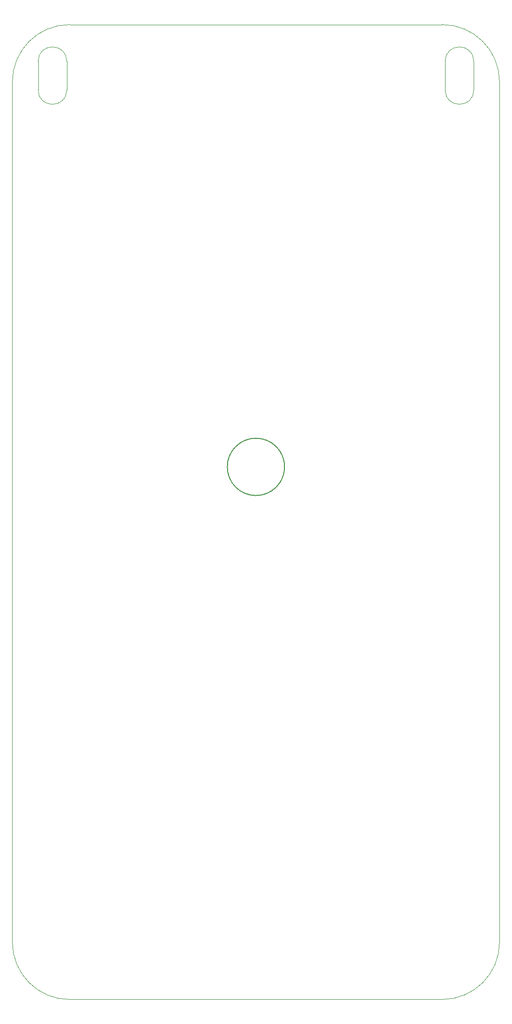
<source format=gbr>
G04 #@! TF.GenerationSoftware,KiCad,Pcbnew,(5.1.2-1)-1*
G04 #@! TF.CreationDate,2020-05-18T22:01:47-05:00*
G04 #@! TF.ProjectId,Interactive Core Memory Badge (Logic) v0.3,496e7465-7261-4637-9469-766520436f72,0.3*
G04 #@! TF.SameCoordinates,Original*
G04 #@! TF.FileFunction,Profile,NP*
%FSLAX46Y46*%
G04 Gerber Fmt 4.6, Leading zero omitted, Abs format (unit mm)*
G04 Created by KiCad (PCBNEW (5.1.2-1)-1) date 2020-05-18 22:01:47*
%MOMM*%
%LPD*%
G04 APERTURE LIST*
%ADD10C,0.050000*%
%ADD11C,0.150000*%
G04 APERTURE END LIST*
D10*
X33005000Y36100000D02*
G75*
G02X38005000Y36100000I2500000J0D01*
G01*
X38005000Y31100000D02*
G75*
G02X33005000Y31100000I-2500000J0D01*
G01*
X33005000Y36100000D02*
X33005000Y31100000D01*
X38005000Y36100000D02*
X38005000Y31100000D01*
X-33000000Y31100000D02*
G75*
G02X-38000000Y31100000I-2500000J0D01*
G01*
X-38000000Y36100000D02*
G75*
G02X-33000000Y36100000I2500000J0D01*
G01*
X-42500000Y32500000D02*
G75*
G02X-32500000Y42500000I10000000J0D01*
G01*
X-33000000Y36100000D02*
X-33000000Y31100000D01*
X-38000000Y36100000D02*
X-38000000Y31100000D01*
X42500000Y32500000D02*
X42500000Y-117500000D01*
X-32500000Y42500000D02*
X32500000Y42500000D01*
X32500000Y42500000D02*
G75*
G02X42500000Y32500000I0J-10000000D01*
G01*
X42500000Y-117500000D02*
G75*
G02X32500000Y-127500000I-10000000J0D01*
G01*
X-32500000Y-127500000D02*
G75*
G02X-42500000Y-117500000I0J10000000D01*
G01*
D11*
X5000000Y-34625000D02*
G75*
G03X5000000Y-34625000I-5000000J0D01*
G01*
D10*
X-32500000Y-127500000D02*
X32500000Y-127500000D01*
X-42500000Y32500000D02*
X-42500000Y-117500000D01*
M02*

</source>
